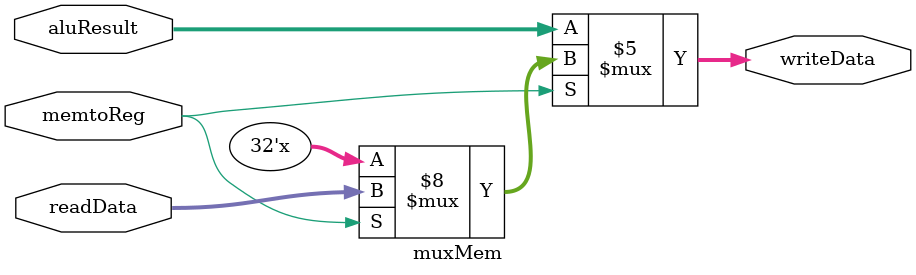
<source format=v>
module muxMem (
    input wire memtoReg,
    input wire [31:0] readData,
    input wire [31:0] aluResult,
    output reg [31:0] writeData
); 
    always @(*) begin
        if(memtoReg == 1) begin
            writeData = readData;
        end
        if (memtoReg == 0) begin
            writeData = aluResult;
        end
    end
endmodule
</source>
